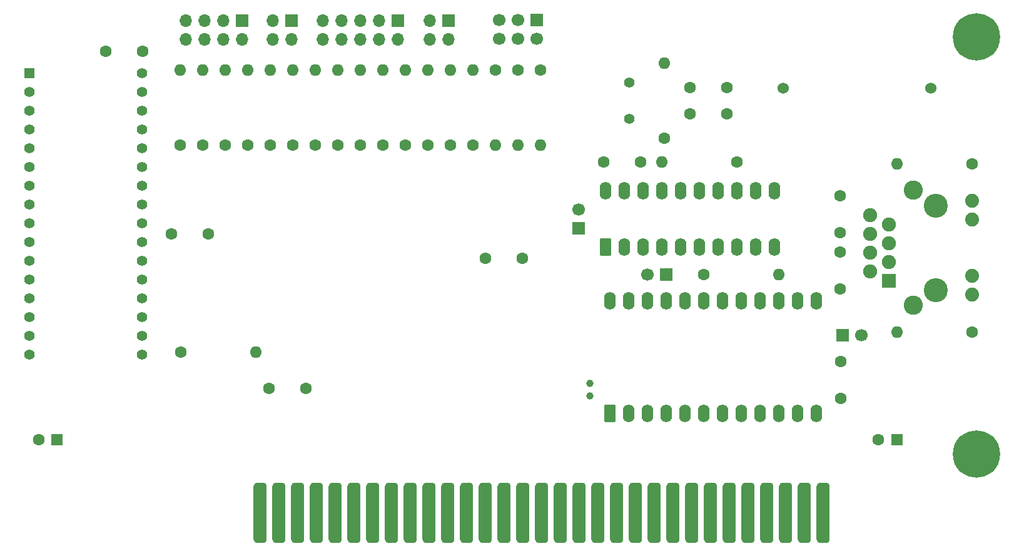
<source format=gbs>
%TF.GenerationSoftware,KiCad,Pcbnew,9.0.7*%
%TF.CreationDate,2026-02-05T00:16:06+03:00*%
%TF.ProjectId,ISA8_Ethernet,49534138-5f45-4746-9865-726e65742e6b,1.0*%
%TF.SameCoordinates,Original*%
%TF.FileFunction,Soldermask,Bot*%
%TF.FilePolarity,Negative*%
%FSLAX46Y46*%
G04 Gerber Fmt 4.6, Leading zero omitted, Abs format (unit mm)*
G04 Created by KiCad (PCBNEW 9.0.7) date 2026-02-05 00:16:06*
%MOMM*%
%LPD*%
G01*
G04 APERTURE LIST*
G04 Aperture macros list*
%AMRoundRect*
0 Rectangle with rounded corners*
0 $1 Rounding radius*
0 $2 $3 $4 $5 $6 $7 $8 $9 X,Y pos of 4 corners*
0 Add a 4 corners polygon primitive as box body*
4,1,4,$2,$3,$4,$5,$6,$7,$8,$9,$2,$3,0*
0 Add four circle primitives for the rounded corners*
1,1,$1+$1,$2,$3*
1,1,$1+$1,$4,$5*
1,1,$1+$1,$6,$7*
1,1,$1+$1,$8,$9*
0 Add four rect primitives between the rounded corners*
20,1,$1+$1,$2,$3,$4,$5,0*
20,1,$1+$1,$4,$5,$6,$7,0*
20,1,$1+$1,$6,$7,$8,$9,0*
20,1,$1+$1,$8,$9,$2,$3,0*%
G04 Aperture macros list end*
%ADD10C,6.400000*%
%ADD11C,1.397000*%
%ADD12R,1.397000X1.397000*%
%ADD13C,1.600000*%
%ADD14O,1.600000X1.600000*%
%ADD15RoundRect,0.444500X-0.444500X-3.619500X0.444500X-3.619500X0.444500X3.619500X-0.444500X3.619500X0*%
%ADD16C,3.250000*%
%ADD17C,2.600000*%
%ADD18C,1.890000*%
%ADD19R,1.900000X1.900000*%
%ADD20C,1.900000*%
%ADD21R,1.600000X1.600000*%
%ADD22R,1.700000X1.700000*%
%ADD23O,1.700000X1.700000*%
%ADD24C,1.524000*%
%ADD25C,1.700000*%
%ADD26C,1.000000*%
%ADD27RoundRect,0.250000X0.550000X-0.950000X0.550000X0.950000X-0.550000X0.950000X-0.550000X-0.950000X0*%
%ADD28O,1.600000X2.400000*%
G04 APERTURE END LIST*
D10*
%TO.C,HOLE1*%
X201041000Y-66040000D03*
%TD*%
%TO.C,HOLE2*%
X201041000Y-122555000D03*
%TD*%
D11*
%TO.C,Y1*%
X154072800Y-77148140D03*
X154072800Y-72266260D03*
%TD*%
D12*
%TO.C,U1*%
X72898000Y-71018400D03*
D11*
X72898000Y-73558400D03*
X72898000Y-76098400D03*
X72898000Y-78638400D03*
X72898000Y-81178400D03*
X72898000Y-83718400D03*
X72898000Y-86258400D03*
X72898000Y-88798400D03*
X72898000Y-91338400D03*
X72898000Y-93878400D03*
X72898000Y-96418400D03*
X72898000Y-98958400D03*
X72898000Y-101498400D03*
X72898000Y-104038400D03*
X72898000Y-106578400D03*
X72898000Y-109118400D03*
X88138000Y-109118400D03*
X88138000Y-106578400D03*
X88138000Y-104038400D03*
X88138000Y-101498400D03*
X88138000Y-98958400D03*
X88138000Y-96418400D03*
X88138000Y-93878400D03*
X88138000Y-91338400D03*
X88138000Y-88798400D03*
X88138000Y-86258400D03*
X88138000Y-83718400D03*
X88138000Y-81178400D03*
X88138000Y-78638400D03*
X88138000Y-76098400D03*
X88138000Y-73558400D03*
X88138000Y-71018400D03*
%TD*%
D13*
%TO.C,C5*%
X134621400Y-96020400D03*
X139621400Y-96020400D03*
%TD*%
%TO.C,C3*%
X92089600Y-92710000D03*
X97089600Y-92710000D03*
%TD*%
%TO.C,R1*%
X93370400Y-108712000D03*
D14*
X103530400Y-108712000D03*
%TD*%
D13*
%TO.C,R16*%
X158772800Y-79787200D03*
D14*
X158772800Y-69627200D03*
%TD*%
D13*
%TO.C,C2*%
X88199600Y-68021200D03*
X83199600Y-68021200D03*
%TD*%
%TO.C,R17*%
X168605200Y-83007200D03*
D14*
X158445200Y-83007200D03*
%TD*%
D13*
%TO.C,C7*%
X182575200Y-95239200D03*
X182575200Y-100239200D03*
%TD*%
%TO.C,R18*%
X200456800Y-83261200D03*
D14*
X190296800Y-83261200D03*
%TD*%
D13*
%TO.C,C10*%
X167272800Y-76507200D03*
X162272800Y-76507200D03*
%TD*%
%TO.C,C9*%
X167272800Y-72907200D03*
X162272800Y-72907200D03*
%TD*%
D15*
%TO.C,BUS1*%
X180340000Y-130492500D03*
X177800000Y-130492500D03*
X175260000Y-130492500D03*
X172720000Y-130492500D03*
X170180000Y-130492500D03*
X167640000Y-130492500D03*
X165100000Y-130492500D03*
X162560000Y-130492500D03*
X160020000Y-130492500D03*
X157480000Y-130492500D03*
X154940000Y-130492500D03*
X152400000Y-130492500D03*
X149860000Y-130492500D03*
X147320000Y-130492500D03*
X144780000Y-130492500D03*
X142240000Y-130492500D03*
X139700000Y-130492500D03*
X137160000Y-130492500D03*
X134620000Y-130492500D03*
X132080000Y-130492500D03*
X129540000Y-130492500D03*
X127000000Y-130492500D03*
X124460000Y-130492500D03*
X121920000Y-130492500D03*
X119380000Y-130492500D03*
X116840000Y-130492500D03*
X114300000Y-130492500D03*
X111760000Y-130492500D03*
X109220000Y-130492500D03*
X106680000Y-130492500D03*
X104140000Y-130492500D03*
%TD*%
D13*
%TO.C,C4*%
X110299000Y-113688000D03*
X105299000Y-113688000D03*
%TD*%
%TO.C,R19*%
X200480000Y-106000000D03*
D14*
X190320000Y-106000000D03*
%TD*%
D13*
%TO.C,C8*%
X182575200Y-92619200D03*
X182575200Y-87619200D03*
%TD*%
D16*
%TO.C,J5*%
X195570000Y-100330000D03*
X195570000Y-88900000D03*
D17*
X192520000Y-102390000D03*
X192520000Y-86840000D03*
D18*
X200470000Y-88290000D03*
X200470000Y-90830000D03*
X200470000Y-98400000D03*
X200470000Y-100940000D03*
D19*
X189230000Y-99060000D03*
D20*
X186690000Y-97790000D03*
X189230000Y-96520000D03*
X186690000Y-95250000D03*
X189230000Y-93980000D03*
X186690000Y-92710000D03*
X189230000Y-91440000D03*
X186690000Y-90170000D03*
%TD*%
D21*
%TO.C,C6*%
X190310779Y-120599200D03*
D13*
X187810779Y-120599200D03*
%TD*%
D21*
%TO.C,C1*%
X76606400Y-120599200D03*
D13*
X74106400Y-120599200D03*
%TD*%
%TO.C,R6*%
X102463600Y-80721200D03*
D14*
X102463600Y-70561200D03*
%TD*%
D22*
%TO.C,J1*%
X129641600Y-63844800D03*
D23*
X129641600Y-66384800D03*
X127101600Y-63844800D03*
X127101600Y-66384800D03*
%TD*%
D22*
%TO.C,J2*%
X108310600Y-63844800D03*
D23*
X108310600Y-66384800D03*
X105770600Y-63844800D03*
X105770600Y-66384800D03*
%TD*%
D13*
%TO.C,R21*%
X139039600Y-70561200D03*
D14*
X139039600Y-80721200D03*
%TD*%
D13*
%TO.C,R23*%
X164185600Y-98267600D03*
D14*
X174345600Y-98267600D03*
%TD*%
D24*
%TO.C,BT1*%
X194899280Y-72999600D03*
X174899320Y-72999600D03*
%TD*%
D22*
%TO.C,J4*%
X122778600Y-63844800D03*
D23*
X122778600Y-66384800D03*
X120238600Y-63844800D03*
X120238600Y-66384800D03*
X117698600Y-63844800D03*
X117698600Y-66384800D03*
X115158600Y-63844800D03*
X115158600Y-66384800D03*
X112618600Y-63844800D03*
X112618600Y-66384800D03*
%TD*%
D13*
%TO.C,R5*%
X105511600Y-80721200D03*
D14*
X105511600Y-70561200D03*
%TD*%
D13*
%TO.C,R8*%
X96367600Y-80721200D03*
D14*
X96367600Y-70561200D03*
%TD*%
D13*
%TO.C,R10*%
X132943600Y-80721200D03*
D14*
X132943600Y-70561200D03*
%TD*%
D22*
%TO.C,JP3*%
X147218400Y-91953000D03*
D25*
X147218400Y-89413000D03*
%TD*%
D13*
%TO.C,R12*%
X120751600Y-80721200D03*
D14*
X120751600Y-70561200D03*
%TD*%
D13*
%TO.C,R9*%
X93319600Y-80721200D03*
D14*
X93319600Y-70561200D03*
%TD*%
D22*
%TO.C,J6*%
X141579600Y-63814800D03*
D25*
X141579600Y-66354800D03*
X139039600Y-63814800D03*
X139039600Y-66354800D03*
X136499600Y-63814800D03*
X136499600Y-66354800D03*
%TD*%
D13*
%TO.C,R13*%
X117703600Y-80721200D03*
D14*
X117703600Y-70561200D03*
%TD*%
D22*
%TO.C,JP2*%
X182976600Y-106476800D03*
D25*
X185516600Y-106476800D03*
%TD*%
D26*
%TO.C,Y2*%
X148742400Y-112979200D03*
X148742400Y-114679200D03*
%TD*%
D22*
%TO.C,J3*%
X101691600Y-63844800D03*
D23*
X101691600Y-66384800D03*
X99151600Y-63844800D03*
X99151600Y-66384800D03*
X96611600Y-63844800D03*
X96611600Y-66384800D03*
X94071600Y-63844800D03*
X94071600Y-66384800D03*
%TD*%
D22*
%TO.C,JP1*%
X159054800Y-98267600D03*
D25*
X156514800Y-98267600D03*
%TD*%
D13*
%TO.C,R22*%
X142087600Y-70561200D03*
D14*
X142087600Y-80721200D03*
%TD*%
D13*
%TO.C,R11*%
X123799600Y-80721200D03*
D14*
X123799600Y-70561200D03*
%TD*%
D13*
%TO.C,R2*%
X129895600Y-80721200D03*
D14*
X129895600Y-70561200D03*
%TD*%
D13*
%TO.C,R4*%
X108559600Y-80721200D03*
D14*
X108559600Y-70561200D03*
%TD*%
D13*
%TO.C,C12*%
X150611200Y-83007200D03*
X155611200Y-83007200D03*
%TD*%
%TO.C,C11*%
X182727600Y-110022000D03*
X182727600Y-115022000D03*
%TD*%
%TO.C,R14*%
X114655600Y-80721200D03*
D14*
X114655600Y-70561200D03*
%TD*%
D13*
%TO.C,R20*%
X135991600Y-70561200D03*
D14*
X135991600Y-80721200D03*
%TD*%
D13*
%TO.C,R15*%
X111607600Y-80721200D03*
D14*
X111607600Y-70561200D03*
%TD*%
D13*
%TO.C,R7*%
X99415600Y-80721200D03*
D14*
X99415600Y-70561200D03*
%TD*%
D13*
%TO.C,R3*%
X126847600Y-80721200D03*
D14*
X126847600Y-70561200D03*
%TD*%
D27*
%TO.C,U5*%
X151429800Y-117043200D03*
D28*
X153969800Y-117043200D03*
X156509800Y-117043200D03*
X159049800Y-117043200D03*
X161589800Y-117043200D03*
X164129800Y-117043200D03*
X166669800Y-117043200D03*
X169209800Y-117043200D03*
X171749800Y-117043200D03*
X174289800Y-117043200D03*
X176829800Y-117043200D03*
X179369800Y-117043200D03*
X179369800Y-101803200D03*
X176829800Y-101803200D03*
X174289800Y-101803200D03*
X171749800Y-101803200D03*
X169209800Y-101803200D03*
X166669800Y-101803200D03*
X164129800Y-101803200D03*
X161589800Y-101803200D03*
X159049800Y-101803200D03*
X156509800Y-101803200D03*
X153969800Y-101803200D03*
X151429800Y-101803200D03*
%TD*%
D27*
%TO.C,U4*%
X150876000Y-94488000D03*
D28*
X153416000Y-94488000D03*
X155956000Y-94488000D03*
X158496000Y-94488000D03*
X161036000Y-94488000D03*
X163576000Y-94488000D03*
X166116000Y-94488000D03*
X168656000Y-94488000D03*
X171196000Y-94488000D03*
X173736000Y-94488000D03*
X173736000Y-86868000D03*
X171196000Y-86868000D03*
X168656000Y-86868000D03*
X166116000Y-86868000D03*
X163576000Y-86868000D03*
X161036000Y-86868000D03*
X158496000Y-86868000D03*
X155956000Y-86868000D03*
X153416000Y-86868000D03*
X150876000Y-86868000D03*
%TD*%
M02*

</source>
